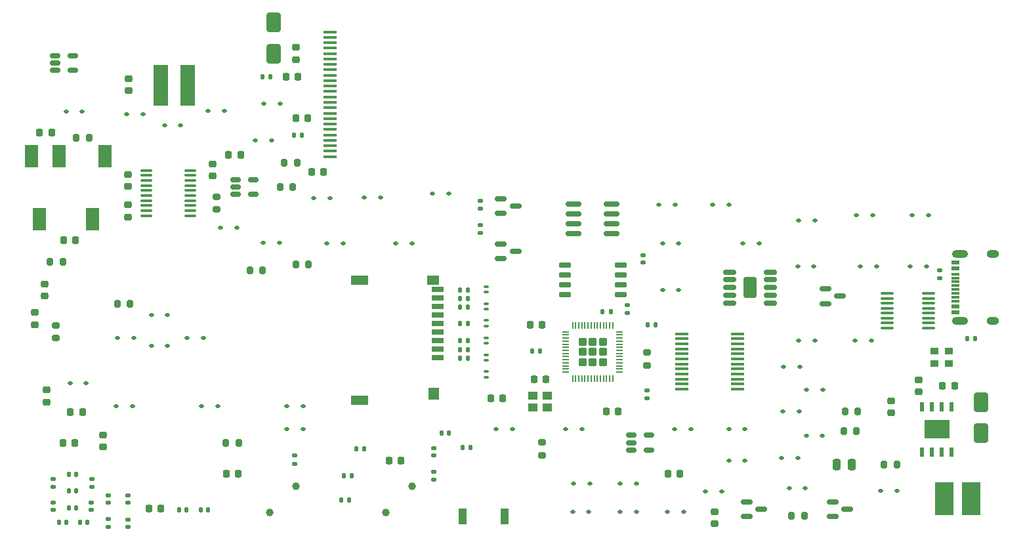
<source format=gbr>
%TF.GenerationSoftware,KiCad,Pcbnew,8.0.5-unknown-202409261835~48b9027842~ubuntu24.04.1*%
%TF.CreationDate,2024-09-28T03:00:05+08:00*%
%TF.ProjectId,EL6170_Pro_Max_Plus,454c3631-3730-45f5-9072-6f5f4d61785f,rev?*%
%TF.SameCoordinates,Original*%
%TF.FileFunction,Paste,Top*%
%TF.FilePolarity,Positive*%
%FSLAX46Y46*%
G04 Gerber Fmt 4.6, Leading zero omitted, Abs format (unit mm)*
G04 Created by KiCad (PCBNEW 8.0.5-unknown-202409261835~48b9027842~ubuntu24.04.1) date 2024-09-28 03:00:05*
%MOMM*%
%LPD*%
G01*
G04 APERTURE LIST*
G04 Aperture macros list*
%AMRoundRect*
0 Rectangle with rounded corners*
0 $1 Rounding radius*
0 $2 $3 $4 $5 $6 $7 $8 $9 X,Y pos of 4 corners*
0 Add a 4 corners polygon primitive as box body*
4,1,4,$2,$3,$4,$5,$6,$7,$8,$9,$2,$3,0*
0 Add four circle primitives for the rounded corners*
1,1,$1+$1,$2,$3*
1,1,$1+$1,$4,$5*
1,1,$1+$1,$6,$7*
1,1,$1+$1,$8,$9*
0 Add four rect primitives between the rounded corners*
20,1,$1+$1,$2,$3,$4,$5,0*
20,1,$1+$1,$4,$5,$6,$7,0*
20,1,$1+$1,$6,$7,$8,$9,0*
20,1,$1+$1,$8,$9,$2,$3,0*%
G04 Aperture macros list end*
%ADD10RoundRect,0.200000X0.200000X0.275000X-0.200000X0.275000X-0.200000X-0.275000X0.200000X-0.275000X0*%
%ADD11RoundRect,0.112500X0.187500X0.112500X-0.187500X0.112500X-0.187500X-0.112500X0.187500X-0.112500X0*%
%ADD12R,1.800000X3.000000*%
%ADD13RoundRect,0.135000X0.135000X0.185000X-0.135000X0.185000X-0.135000X-0.185000X0.135000X-0.185000X0*%
%ADD14RoundRect,0.112500X-0.187500X-0.112500X0.187500X-0.112500X0.187500X0.112500X-0.187500X0.112500X0*%
%ADD15RoundRect,0.140000X0.170000X-0.140000X0.170000X0.140000X-0.170000X0.140000X-0.170000X-0.140000X0*%
%ADD16RoundRect,0.150000X-0.587500X-0.150000X0.587500X-0.150000X0.587500X0.150000X-0.587500X0.150000X0*%
%ADD17RoundRect,0.225000X0.225000X0.250000X-0.225000X0.250000X-0.225000X-0.250000X0.225000X-0.250000X0*%
%ADD18RoundRect,0.147500X-0.147500X-0.172500X0.147500X-0.172500X0.147500X0.172500X-0.147500X0.172500X0*%
%ADD19RoundRect,0.218750X0.218750X0.256250X-0.218750X0.256250X-0.218750X-0.256250X0.218750X-0.256250X0*%
%ADD20RoundRect,0.100000X-0.637500X-0.100000X0.637500X-0.100000X0.637500X0.100000X-0.637500X0.100000X0*%
%ADD21RoundRect,0.225000X-0.250000X0.225000X-0.250000X-0.225000X0.250000X-0.225000X0.250000X0.225000X0*%
%ADD22RoundRect,0.147500X-0.172500X0.147500X-0.172500X-0.147500X0.172500X-0.147500X0.172500X0.147500X0*%
%ADD23RoundRect,0.135000X-0.185000X0.135000X-0.185000X-0.135000X0.185000X-0.135000X0.185000X0.135000X0*%
%ADD24RoundRect,0.140000X-0.140000X-0.170000X0.140000X-0.170000X0.140000X0.170000X-0.140000X0.170000X0*%
%ADD25RoundRect,0.225000X0.250000X-0.225000X0.250000X0.225000X-0.250000X0.225000X-0.250000X-0.225000X0*%
%ADD26R,1.600000X0.700000*%
%ADD27R,1.600000X1.200000*%
%ADD28R,2.200000X1.200000*%
%ADD29R,1.400000X1.600000*%
%ADD30RoundRect,0.225000X-0.225000X-0.250000X0.225000X-0.250000X0.225000X0.250000X-0.225000X0.250000X0*%
%ADD31RoundRect,0.200000X-0.200000X-0.275000X0.200000X-0.275000X0.200000X0.275000X-0.200000X0.275000X0*%
%ADD32RoundRect,0.140000X-0.170000X0.140000X-0.170000X-0.140000X0.170000X-0.140000X0.170000X0.140000X0*%
%ADD33RoundRect,0.050000X-0.250000X0.100000X-0.250000X-0.100000X0.250000X-0.100000X0.250000X0.100000X0*%
%ADD34RoundRect,0.150000X-0.512500X-0.150000X0.512500X-0.150000X0.512500X0.150000X-0.512500X0.150000X0*%
%ADD35RoundRect,0.150000X-0.825000X-0.150000X0.825000X-0.150000X0.825000X0.150000X-0.825000X0.150000X0*%
%ADD36RoundRect,0.140000X0.140000X0.170000X-0.140000X0.170000X-0.140000X-0.170000X0.140000X-0.170000X0*%
%ADD37RoundRect,0.135000X-0.135000X-0.185000X0.135000X-0.185000X0.135000X0.185000X-0.135000X0.185000X0*%
%ADD38RoundRect,0.135000X0.185000X-0.135000X0.185000X0.135000X-0.185000X0.135000X-0.185000X-0.135000X0*%
%ADD39R,2.400000X4.300000*%
%ADD40R,1.000000X0.300000*%
%ADD41R,1.000000X0.600000*%
%ADD42O,1.600000X1.000000*%
%ADD43O,2.100000X1.000000*%
%ADD44RoundRect,0.250000X0.650000X-1.000000X0.650000X1.000000X-0.650000X1.000000X-0.650000X-1.000000X0*%
%ADD45RoundRect,0.218750X-0.218750X-0.256250X0.218750X-0.256250X0.218750X0.256250X-0.218750X0.256250X0*%
%ADD46RoundRect,0.200000X0.275000X-0.200000X0.275000X0.200000X-0.275000X0.200000X-0.275000X-0.200000X0*%
%ADD47C,1.000000*%
%ADD48R,1.000000X0.900000*%
%ADD49RoundRect,0.150000X-0.687500X-0.150000X0.687500X-0.150000X0.687500X0.150000X-0.687500X0.150000X0*%
%ADD50RoundRect,0.250000X-0.595000X-1.080000X0.595000X-1.080000X0.595000X1.080000X-0.595000X1.080000X0*%
%ADD51RoundRect,0.100000X-0.712500X-0.100000X0.712500X-0.100000X0.712500X0.100000X-0.712500X0.100000X0*%
%ADD52RoundRect,0.200000X-0.275000X0.200000X-0.275000X-0.200000X0.275000X-0.200000X0.275000X0.200000X0*%
%ADD53R,1.900000X5.300000*%
%ADD54R,1.750000X0.450000*%
%ADD55RoundRect,0.150000X-0.650000X-0.150000X0.650000X-0.150000X0.650000X0.150000X-0.650000X0.150000X0*%
%ADD56R,1.200000X1.100000*%
%ADD57R,1.800000X0.400000*%
%ADD58R,0.600000X1.200000*%
%ADD59R,3.300000X2.400000*%
%ADD60RoundRect,0.250000X-0.250000X-0.475000X0.250000X-0.475000X0.250000X0.475000X-0.250000X0.475000X0*%
%ADD61R,1.000000X2.000000*%
%ADD62RoundRect,0.250000X-0.285000X-0.285000X0.285000X-0.285000X0.285000X0.285000X-0.285000X0.285000X0*%
%ADD63RoundRect,0.050000X-0.350000X-0.050000X0.350000X-0.050000X0.350000X0.050000X-0.350000X0.050000X0*%
%ADD64RoundRect,0.050000X-0.050000X-0.350000X0.050000X-0.350000X0.050000X0.350000X-0.050000X0.350000X0*%
G04 APERTURE END LIST*
D10*
%TO.C,R20*%
X123425000Y-98500000D03*
X121775000Y-98500000D03*
%TD*%
D11*
%TO.C,D41*%
X155650000Y-119000000D03*
X153550000Y-119000000D03*
%TD*%
D12*
%TO.C,CN1*%
X93570000Y-83770000D03*
X97170000Y-83770000D03*
X94570000Y-91830000D03*
X103070000Y-83770000D03*
X101470000Y-91830000D03*
%TD*%
D13*
%TO.C,R24*%
X149910000Y-101000000D03*
X148890000Y-101000000D03*
%TD*%
D14*
%TO.C,D54*%
X191350000Y-126600000D03*
X193450000Y-126600000D03*
%TD*%
D10*
%TO.C,R23*%
X205225000Y-123500000D03*
X203575000Y-123500000D03*
%TD*%
D15*
%TO.C,C25*%
X103500000Y-131560000D03*
X103500000Y-130600000D03*
%TD*%
D13*
%TO.C,R30*%
X149910000Y-109800000D03*
X148890000Y-109800000D03*
%TD*%
D16*
%TO.C,Q3*%
X196062500Y-100850000D03*
X196062500Y-102750000D03*
X197937500Y-101800000D03*
%TD*%
D17*
%TO.C,C7*%
X129275000Y-78800000D03*
X127725000Y-78800000D03*
%TD*%
D14*
%TO.C,D50*%
X126550000Y-116000000D03*
X128650000Y-116000000D03*
%TD*%
D18*
%TO.C,L2*%
X149230000Y-121300000D03*
X150200000Y-121300000D03*
%TD*%
D11*
%TO.C,D32*%
X176650000Y-90000000D03*
X174550000Y-90000000D03*
%TD*%
%TO.C,D31*%
X183600000Y-90000000D03*
X181500000Y-90000000D03*
%TD*%
D15*
%TO.C,C44*%
X106000000Y-131580000D03*
X106000000Y-130620000D03*
%TD*%
D19*
%TO.C,D4*%
X120587500Y-83600000D03*
X119012500Y-83600000D03*
%TD*%
D14*
%TO.C,D14*%
X130000000Y-89200000D03*
X132100000Y-89200000D03*
%TD*%
D10*
%TO.C,R18*%
X106325000Y-102800000D03*
X104675000Y-102800000D03*
%TD*%
D20*
%TO.C,U9*%
X108375000Y-85575000D03*
X108375000Y-86225000D03*
X108375000Y-86875000D03*
X108375000Y-87525000D03*
X108375000Y-88175000D03*
X108375000Y-88825000D03*
X108375000Y-89475000D03*
X108375000Y-90125000D03*
X108375000Y-90775000D03*
X108375000Y-91425000D03*
X114100000Y-91425000D03*
X114100000Y-90775000D03*
X114100000Y-90125000D03*
X114100000Y-89475000D03*
X114100000Y-88825000D03*
X114100000Y-88175000D03*
X114100000Y-87525000D03*
X114100000Y-86875000D03*
X114100000Y-86225000D03*
X114100000Y-85575000D03*
%TD*%
D21*
%TO.C,C4*%
X127700000Y-69725000D03*
X127700000Y-71275000D03*
%TD*%
D22*
%TO.C,L1*%
X145500000Y-121415000D03*
X145500000Y-122385000D03*
%TD*%
D14*
%TO.C,D20*%
X185400000Y-95000000D03*
X187500000Y-95000000D03*
%TD*%
D23*
%TO.C,R25*%
X170500000Y-102990000D03*
X170500000Y-104010000D03*
%TD*%
D17*
%TO.C,C22*%
X154375000Y-115000000D03*
X152825000Y-115000000D03*
%TD*%
%TO.C,C3*%
X127975000Y-73500000D03*
X126425000Y-73500000D03*
%TD*%
D11*
%TO.C,D33*%
X194650000Y-92000000D03*
X192550000Y-92000000D03*
%TD*%
D21*
%TO.C,C34*%
X95300000Y-100225000D03*
X95300000Y-101775000D03*
%TD*%
D24*
%TO.C,C20*%
X133920000Y-125000000D03*
X134880000Y-125000000D03*
%TD*%
D25*
%TO.C,C40*%
X204500000Y-116875000D03*
X204500000Y-115325000D03*
%TD*%
D26*
%TO.C,J2*%
X146000000Y-109750000D03*
X146000000Y-108650000D03*
X146000000Y-107550000D03*
X146000000Y-106450000D03*
X146000000Y-105350000D03*
X146000000Y-104250000D03*
X146000000Y-103150000D03*
X146000000Y-102050000D03*
X146000000Y-100950000D03*
D27*
X145400000Y-99750000D03*
D28*
X135900000Y-99750000D03*
X135900000Y-115250000D03*
D29*
X145500000Y-114350000D03*
%TD*%
D14*
%TO.C,D42*%
X162550000Y-119000000D03*
X164650000Y-119000000D03*
%TD*%
%TO.C,D39*%
X163400000Y-129600000D03*
X165500000Y-129600000D03*
%TD*%
D30*
%TO.C,C46*%
X167725000Y-116700000D03*
X169275000Y-116700000D03*
%TD*%
D31*
%TO.C,R17*%
X118675000Y-120700000D03*
X120325000Y-120700000D03*
%TD*%
D23*
%TO.C,R9*%
X151500000Y-89480000D03*
X151500000Y-90500000D03*
%TD*%
D14*
%TO.C,D63*%
X193550000Y-119800000D03*
X195650000Y-119800000D03*
%TD*%
D32*
%TO.C,C9*%
X96400000Y-125420000D03*
X96400000Y-126380000D03*
%TD*%
D24*
%TO.C,C16*%
X115440000Y-129400000D03*
X116400000Y-129400000D03*
%TD*%
D31*
%TO.C,R12*%
X126225000Y-84550000D03*
X127875000Y-84550000D03*
%TD*%
D25*
%TO.C,C35*%
X117000000Y-86275000D03*
X117000000Y-84725000D03*
%TD*%
D30*
%TO.C,C41*%
X211125000Y-113400000D03*
X212675000Y-113400000D03*
%TD*%
D11*
%TO.C,D15*%
X124600000Y-81700000D03*
X122500000Y-81700000D03*
%TD*%
D33*
%TO.C,D8*%
X152300000Y-102750000D03*
X152300000Y-103450000D03*
%TD*%
D15*
%TO.C,C10*%
X96400000Y-129380000D03*
X96400000Y-128420000D03*
%TD*%
D34*
%TO.C,U5*%
X170962500Y-119750000D03*
X170962500Y-120700000D03*
X170962500Y-121650000D03*
X173237500Y-121650000D03*
X173237500Y-119750000D03*
%TD*%
D23*
%TO.C,R6*%
X145500000Y-124490000D03*
X145500000Y-125510000D03*
%TD*%
D21*
%TO.C,C29*%
X106000000Y-86125000D03*
X106000000Y-87675000D03*
%TD*%
D11*
%TO.C,D26*%
X125600000Y-94900000D03*
X123500000Y-94900000D03*
%TD*%
D13*
%TO.C,R7*%
X174110000Y-105500000D03*
X173090000Y-105500000D03*
%TD*%
D14*
%TO.C,D44*%
X109050000Y-104200000D03*
X111150000Y-104200000D03*
%TD*%
D35*
%TO.C,U3*%
X163525000Y-89895000D03*
X163525000Y-91165000D03*
X163525000Y-92435000D03*
X163525000Y-93705000D03*
X168475000Y-93705000D03*
X168475000Y-92435000D03*
X168475000Y-91165000D03*
X168475000Y-89895000D03*
%TD*%
D14*
%TO.C,D61*%
X193600000Y-113900000D03*
X195700000Y-113900000D03*
%TD*%
D36*
%TO.C,C14*%
X99360000Y-129100000D03*
X98400000Y-129100000D03*
%TD*%
D14*
%TO.C,D38*%
X199850000Y-107500000D03*
X201950000Y-107500000D03*
%TD*%
D37*
%TO.C,R32*%
X167290000Y-103800000D03*
X168310000Y-103800000D03*
%TD*%
D11*
%TO.C,D24*%
X142700000Y-95000000D03*
X140600000Y-95000000D03*
%TD*%
D34*
%TO.C,U10*%
X96662500Y-70750000D03*
X96662500Y-71700000D03*
X96662500Y-72650000D03*
X98937500Y-72650000D03*
X98937500Y-70750000D03*
%TD*%
D38*
%TO.C,R8*%
X151500000Y-93610000D03*
X151500000Y-92590000D03*
%TD*%
D21*
%TO.C,C42*%
X208100000Y-112625000D03*
X208100000Y-114175000D03*
%TD*%
D39*
%TO.C,L6*%
X211400000Y-127900000D03*
X214800000Y-127900000D03*
%TD*%
D11*
%TO.C,D35*%
X107950000Y-78300000D03*
X105850000Y-78300000D03*
%TD*%
D33*
%TO.C,D10*%
X152300000Y-111550000D03*
X152300000Y-112250000D03*
%TD*%
D11*
%TO.C,D21*%
X177100000Y-95000000D03*
X175000000Y-95000000D03*
%TD*%
D33*
%TO.C,D7*%
X152300000Y-104950000D03*
X152300000Y-105650000D03*
%TD*%
D23*
%TO.C,R5*%
X127500000Y-122390000D03*
X127500000Y-123410000D03*
%TD*%
D40*
%TO.C,J1*%
X212833750Y-101950000D03*
X212833750Y-100950000D03*
X212833750Y-100450000D03*
X212833750Y-99450000D03*
X212833750Y-98950000D03*
X212833750Y-99950000D03*
X212833750Y-101450000D03*
X212833750Y-102450000D03*
D41*
X212833750Y-103925000D03*
X212833750Y-97475000D03*
D42*
X217588750Y-105018000D03*
D43*
X213408750Y-105018000D03*
X213408750Y-96382000D03*
D42*
X217588750Y-96382000D03*
D41*
X212833750Y-103150000D03*
X212833750Y-98250000D03*
%TD*%
D44*
%TO.C,D3*%
X124800000Y-70500000D03*
X124800000Y-66500000D03*
%TD*%
D37*
%TO.C,R2*%
X214290000Y-107300000D03*
X215310000Y-107300000D03*
%TD*%
D11*
%TO.C,D22*%
X177100000Y-101000000D03*
X175000000Y-101000000D03*
%TD*%
D31*
%TO.C,R13*%
X95975000Y-97400000D03*
X97625000Y-97400000D03*
%TD*%
D14*
%TO.C,D57*%
X175650000Y-129600000D03*
X177750000Y-129600000D03*
%TD*%
%TO.C,D43*%
X113650000Y-107200000D03*
X115750000Y-107200000D03*
%TD*%
D36*
%TO.C,C24*%
X99380000Y-124800000D03*
X98420000Y-124800000D03*
%TD*%
D14*
%TO.C,D56*%
X183550000Y-123000000D03*
X185650000Y-123000000D03*
%TD*%
D16*
%TO.C,Q4*%
X185862500Y-128350000D03*
X185862500Y-130250000D03*
X187737500Y-129300000D03*
%TD*%
D11*
%TO.C,D16*%
X112850000Y-79800000D03*
X110750000Y-79800000D03*
%TD*%
D14*
%TO.C,D47*%
X104550000Y-116000000D03*
X106650000Y-116000000D03*
%TD*%
D10*
%TO.C,R34*%
X200025000Y-119200000D03*
X198375000Y-119200000D03*
%TD*%
D13*
%TO.C,R26*%
X149910000Y-107500000D03*
X148890000Y-107500000D03*
%TD*%
D30*
%TO.C,C23*%
X158425000Y-112500000D03*
X159975000Y-112500000D03*
%TD*%
D45*
%TO.C,D1*%
X118725000Y-124700000D03*
X120300000Y-124700000D03*
%TD*%
D37*
%TO.C,R1*%
X127490000Y-81000000D03*
X128510000Y-81000000D03*
%TD*%
D11*
%TO.C,D29*%
X202650000Y-98000000D03*
X200550000Y-98000000D03*
%TD*%
D16*
%TO.C,Q5*%
X196962500Y-128350000D03*
X196962500Y-130250000D03*
X198837500Y-129300000D03*
%TD*%
D15*
%TO.C,C18*%
X106000000Y-128480000D03*
X106000000Y-127520000D03*
%TD*%
D17*
%TO.C,C28*%
X96175000Y-80700000D03*
X94625000Y-80700000D03*
%TD*%
D46*
%TO.C,R21*%
X159500000Y-122325000D03*
X159500000Y-120675000D03*
%TD*%
D24*
%TO.C,C13*%
X97120000Y-131000000D03*
X98080000Y-131000000D03*
%TD*%
D15*
%TO.C,C45*%
X103500000Y-128460000D03*
X103500000Y-127500000D03*
%TD*%
D21*
%TO.C,C1*%
X102800000Y-119725000D03*
X102800000Y-121275000D03*
%TD*%
D14*
%TO.C,D48*%
X183550000Y-119000000D03*
X185650000Y-119000000D03*
%TD*%
D47*
%TO.C,SWRST1*%
X124300000Y-129700000D03*
X127700000Y-126300000D03*
%TD*%
D15*
%TO.C,C12*%
X101300000Y-129380000D03*
X101300000Y-128420000D03*
%TD*%
D17*
%TO.C,C27*%
X99275000Y-94600000D03*
X97725000Y-94600000D03*
%TD*%
D14*
%TO.C,D36*%
X109050000Y-108200000D03*
X111150000Y-108200000D03*
%TD*%
%TO.C,D40*%
X192550000Y-107500000D03*
X194650000Y-107500000D03*
%TD*%
%TO.C,D64*%
X190350000Y-122700000D03*
X192450000Y-122700000D03*
%TD*%
%TO.C,D46*%
X98550000Y-113000000D03*
X100650000Y-113000000D03*
%TD*%
D13*
%TO.C,R28*%
X149910000Y-103200000D03*
X148890000Y-103200000D03*
%TD*%
D14*
%TO.C,D51*%
X126550000Y-119000000D03*
X128650000Y-119000000D03*
%TD*%
D25*
%TO.C,C31*%
X94000000Y-105475000D03*
X94000000Y-103925000D03*
%TD*%
D37*
%TO.C,R4*%
X133580000Y-128100000D03*
X134600000Y-128100000D03*
%TD*%
D48*
%TO.C,X2*%
X210080000Y-108920000D03*
X211920000Y-108920000D03*
X211920000Y-110480000D03*
X210080000Y-110480000D03*
%TD*%
D31*
%TO.C,R16*%
X125675000Y-87700000D03*
X127325000Y-87700000D03*
%TD*%
D17*
%TO.C,C6*%
X100175000Y-116800000D03*
X98625000Y-116800000D03*
%TD*%
D49*
%TO.C,U6*%
X183662500Y-98700000D03*
X183662500Y-99700000D03*
X183662500Y-100700000D03*
X183662500Y-101700000D03*
X183662500Y-102700000D03*
X188937500Y-102700000D03*
X188937500Y-101700000D03*
X188937500Y-100700000D03*
X188937500Y-99700000D03*
X188937500Y-98700000D03*
D50*
X186300000Y-100700000D03*
%TD*%
D11*
%TO.C,D49*%
X178650000Y-119000000D03*
X176550000Y-119000000D03*
%TD*%
D51*
%TO.C,U8*%
X204025000Y-101455000D03*
X204025000Y-102090000D03*
X204025000Y-102725000D03*
X204025000Y-103360000D03*
X204025000Y-103995000D03*
X204025000Y-104630000D03*
X204025000Y-105265000D03*
X204025000Y-105900000D03*
X209300000Y-105900000D03*
X209300000Y-105265000D03*
X209300000Y-104630000D03*
X209300000Y-103995000D03*
X209300000Y-103360000D03*
X209300000Y-102725000D03*
X209300000Y-102090000D03*
X209300000Y-101455000D03*
%TD*%
D46*
%TO.C,R19*%
X96700000Y-107225000D03*
X96700000Y-105575000D03*
%TD*%
D24*
%TO.C,C17*%
X112620000Y-129400000D03*
X113580000Y-129400000D03*
%TD*%
D52*
%TO.C,R10*%
X173000000Y-109075000D03*
X173000000Y-110725000D03*
%TD*%
D44*
%TO.C,D5*%
X216100000Y-119500000D03*
X216100000Y-115500000D03*
%TD*%
D30*
%TO.C,C2*%
X108725000Y-129200000D03*
X110275000Y-129200000D03*
%TD*%
D11*
%TO.C,D27*%
X120050000Y-93000000D03*
X117950000Y-93000000D03*
%TD*%
D14*
%TO.C,D59*%
X163550000Y-126000000D03*
X165650000Y-126000000D03*
%TD*%
D38*
%TO.C,R33*%
X173000000Y-115010000D03*
X173000000Y-113990000D03*
%TD*%
D53*
%TO.C,L5*%
X110300000Y-74600000D03*
X113700000Y-74600000D03*
%TD*%
D11*
%TO.C,D13*%
X138650000Y-89100000D03*
X136550000Y-89100000D03*
%TD*%
D31*
%TO.C,R15*%
X127675000Y-97700000D03*
X129325000Y-97700000D03*
%TD*%
D11*
%TO.C,D17*%
X100150000Y-78000000D03*
X98050000Y-78000000D03*
%TD*%
D14*
%TO.C,D23*%
X145350000Y-88600000D03*
X147450000Y-88600000D03*
%TD*%
D54*
%TO.C,U12*%
X177500000Y-106650000D03*
X177500000Y-107300000D03*
X177500000Y-107950000D03*
X177500000Y-108600000D03*
X177500000Y-109250000D03*
X177500000Y-109900000D03*
X177500000Y-110550000D03*
X177500000Y-111200000D03*
X177500000Y-111850000D03*
X177500000Y-112500000D03*
X177500000Y-113150000D03*
X177500000Y-113800000D03*
X184700000Y-113800000D03*
X184700000Y-113150000D03*
X184700000Y-112500000D03*
X184700000Y-111850000D03*
X184700000Y-111200000D03*
X184700000Y-110550000D03*
X184700000Y-109900000D03*
X184700000Y-109250000D03*
X184700000Y-108600000D03*
X184700000Y-107950000D03*
X184700000Y-107300000D03*
X184700000Y-106650000D03*
%TD*%
D55*
%TO.C,U4*%
X162400000Y-97795000D03*
X162400000Y-99065000D03*
X162400000Y-100335000D03*
X162400000Y-101605000D03*
X169600000Y-101605000D03*
X169600000Y-100335000D03*
X169600000Y-99065000D03*
X169600000Y-97795000D03*
%TD*%
D31*
%TO.C,R22*%
X191675000Y-130100000D03*
X193325000Y-130100000D03*
%TD*%
D21*
%TO.C,C32*%
X95500000Y-113925000D03*
X95500000Y-115475000D03*
%TD*%
D11*
%TO.C,D19*%
X202100000Y-91400000D03*
X200000000Y-91400000D03*
%TD*%
D17*
%TO.C,C33*%
X99175000Y-120700000D03*
X97625000Y-120700000D03*
%TD*%
D14*
%TO.C,D62*%
X190550000Y-116700000D03*
X192650000Y-116700000D03*
%TD*%
D56*
%TO.C,X1*%
X158250000Y-116150000D03*
X160150000Y-116150000D03*
X160150000Y-114650000D03*
X158250000Y-114650000D03*
%TD*%
D11*
%TO.C,D25*%
X133800000Y-95000000D03*
X131700000Y-95000000D03*
%TD*%
D33*
%TO.C,D11*%
X152300000Y-109400000D03*
X152300000Y-110100000D03*
%TD*%
D45*
%TO.C,D2*%
X157912500Y-105500000D03*
X159487500Y-105500000D03*
%TD*%
D15*
%TO.C,C11*%
X101400000Y-126380000D03*
X101400000Y-125420000D03*
%TD*%
D24*
%TO.C,C19*%
X99820000Y-131000000D03*
X100780000Y-131000000D03*
%TD*%
D14*
%TO.C,D53*%
X180550000Y-127000000D03*
X182650000Y-127000000D03*
%TD*%
D57*
%TO.C,SH1*%
X132150000Y-83800000D03*
X132150000Y-83100000D03*
X132150000Y-82400000D03*
X132150000Y-81700000D03*
X132150000Y-81000000D03*
X132150000Y-80300000D03*
X132150000Y-79600000D03*
X132150000Y-78900000D03*
X132150000Y-78200000D03*
X132150000Y-77500000D03*
X132150000Y-76800000D03*
X132150000Y-76100000D03*
X132150000Y-75400000D03*
X132150000Y-74700000D03*
X132150000Y-74000000D03*
X132150000Y-73300000D03*
X132150000Y-72600000D03*
X132150000Y-71900000D03*
X132150000Y-71200000D03*
X132150000Y-70500000D03*
X132150000Y-69800000D03*
X132150000Y-69100000D03*
X132150000Y-68400000D03*
X132150000Y-67700000D03*
%TD*%
D17*
%TO.C,C43*%
X177250000Y-124700000D03*
X175700000Y-124700000D03*
%TD*%
D14*
%TO.C,D58*%
X169550000Y-126000000D03*
X171650000Y-126000000D03*
%TD*%
D24*
%TO.C,C8*%
X146520000Y-119500000D03*
X147480000Y-119500000D03*
%TD*%
D58*
%TO.C,U11*%
X208515000Y-121910000D03*
X209785000Y-121910000D03*
X211065000Y-121910000D03*
X212335000Y-121910000D03*
X212335000Y-116090000D03*
X211065000Y-116090000D03*
X209785000Y-116090000D03*
X208515000Y-116090000D03*
D59*
X210425000Y-119000000D03*
%TD*%
D16*
%TO.C,Q1*%
X154162500Y-89250000D03*
X154162500Y-91150000D03*
X156037500Y-90200000D03*
%TD*%
D31*
%TO.C,R14*%
X99350000Y-81400000D03*
X101000000Y-81400000D03*
%TD*%
D14*
%TO.C,D12*%
X123550000Y-77000000D03*
X125650000Y-77000000D03*
%TD*%
D10*
%TO.C,R35*%
X200225000Y-116700000D03*
X198575000Y-116700000D03*
%TD*%
D14*
%TO.C,D45*%
X115550000Y-116000000D03*
X117650000Y-116000000D03*
%TD*%
D17*
%TO.C,C5*%
X131275000Y-85800000D03*
X129725000Y-85800000D03*
%TD*%
D11*
%TO.C,D37*%
X106800000Y-107200000D03*
X104700000Y-107200000D03*
%TD*%
D38*
%TO.C,R3*%
X210800000Y-99520000D03*
X210800000Y-98500000D03*
%TD*%
D34*
%TO.C,U2*%
X119900000Y-86750000D03*
X119900000Y-87700000D03*
X119900000Y-88650000D03*
X122175000Y-88650000D03*
X122175000Y-86750000D03*
%TD*%
D11*
%TO.C,D34*%
X118450000Y-77900000D03*
X116350000Y-77900000D03*
%TD*%
D47*
%TO.C,SWBOOT1*%
X139300000Y-129700000D03*
X142700000Y-126300000D03*
%TD*%
D24*
%TO.C,C26*%
X123420000Y-73500000D03*
X124380000Y-73500000D03*
%TD*%
D18*
%TO.C,L4*%
X158215000Y-108900000D03*
X159185000Y-108900000D03*
%TD*%
D13*
%TO.C,R31*%
X149910000Y-108700000D03*
X148890000Y-108700000D03*
%TD*%
D16*
%TO.C,Q2*%
X154162500Y-95050000D03*
X154162500Y-96950000D03*
X156037500Y-96000000D03*
%TD*%
D60*
%TO.C,C39*%
X197500000Y-123500000D03*
X199400000Y-123500000D03*
%TD*%
D33*
%TO.C,D6*%
X152300000Y-107200000D03*
X152300000Y-107900000D03*
%TD*%
D30*
%TO.C,C36*%
X139725000Y-123000000D03*
X141275000Y-123000000D03*
%TD*%
D14*
%TO.C,D52*%
X169550000Y-129600000D03*
X171650000Y-129600000D03*
%TD*%
%TO.C,D60*%
X190600000Y-110900000D03*
X192700000Y-110900000D03*
%TD*%
D61*
%TO.C,U7*%
X154600000Y-130200000D03*
X149200000Y-130200000D03*
%TD*%
D21*
%TO.C,C38*%
X181700000Y-129625000D03*
X181700000Y-131175000D03*
%TD*%
D62*
%TO.C,U1*%
X164670000Y-107670000D03*
X164670000Y-109000000D03*
X164670000Y-110330000D03*
X166000000Y-107670000D03*
X166000000Y-109000000D03*
X166000000Y-110330000D03*
X167330000Y-107670000D03*
X167330000Y-109000000D03*
X167330000Y-110330000D03*
D63*
X162550000Y-106400000D03*
X162550000Y-106800000D03*
X162550000Y-107200000D03*
X162550000Y-107600000D03*
X162550000Y-108000000D03*
X162550000Y-108400000D03*
X162550000Y-108800000D03*
X162550000Y-109200000D03*
X162550000Y-109600000D03*
X162550000Y-110000000D03*
X162550000Y-110400000D03*
X162550000Y-110800000D03*
X162550000Y-111200000D03*
X162550000Y-111600000D03*
D64*
X163400000Y-112450000D03*
X163800000Y-112450000D03*
X164200000Y-112450000D03*
X164600000Y-112450000D03*
X165000000Y-112450000D03*
X165400000Y-112450000D03*
X165800000Y-112450000D03*
X166200000Y-112450000D03*
X166600000Y-112450000D03*
X167000000Y-112450000D03*
X167400000Y-112450000D03*
X167800000Y-112450000D03*
X168200000Y-112450000D03*
X168600000Y-112450000D03*
D63*
X169450000Y-111600000D03*
X169450000Y-111200000D03*
X169450000Y-110800000D03*
X169450000Y-110400000D03*
X169450000Y-110000000D03*
X169450000Y-109600000D03*
X169450000Y-109200000D03*
X169450000Y-108800000D03*
X169450000Y-108400000D03*
X169450000Y-108000000D03*
X169450000Y-107600000D03*
X169450000Y-107200000D03*
X169450000Y-106800000D03*
X169450000Y-106400000D03*
D64*
X168600000Y-105550000D03*
X168200000Y-105550000D03*
X167800000Y-105550000D03*
X167400000Y-105550000D03*
X167000000Y-105550000D03*
X166600000Y-105550000D03*
X166200000Y-105550000D03*
X165800000Y-105550000D03*
X165400000Y-105550000D03*
X165000000Y-105550000D03*
X164600000Y-105550000D03*
X164200000Y-105550000D03*
X163800000Y-105550000D03*
X163400000Y-105550000D03*
%TD*%
D52*
%TO.C,R11*%
X117500000Y-88975000D03*
X117500000Y-90625000D03*
%TD*%
D14*
%TO.C,D18*%
X207250000Y-91400000D03*
X209350000Y-91400000D03*
%TD*%
D24*
%TO.C,C21*%
X98400000Y-126900000D03*
X99360000Y-126900000D03*
%TD*%
D21*
%TO.C,C30*%
X106000000Y-90025000D03*
X106000000Y-91575000D03*
%TD*%
D14*
%TO.C,D28*%
X206950000Y-98000000D03*
X209050000Y-98000000D03*
%TD*%
D25*
%TO.C,C37*%
X106100000Y-75275000D03*
X106100000Y-73725000D03*
%TD*%
D18*
%TO.C,L3*%
X135515000Y-121500000D03*
X136485000Y-121500000D03*
%TD*%
D15*
%TO.C,C15*%
X172500000Y-97480000D03*
X172500000Y-96520000D03*
%TD*%
D13*
%TO.C,R27*%
X149910000Y-105300000D03*
X148890000Y-105300000D03*
%TD*%
D11*
%TO.C,D30*%
X194550000Y-98000000D03*
X192450000Y-98000000D03*
%TD*%
D14*
%TO.C,D55*%
X203150000Y-126900000D03*
X205250000Y-126900000D03*
%TD*%
D33*
%TO.C,D9*%
X152300000Y-100550000D03*
X152300000Y-101250000D03*
%TD*%
D13*
%TO.C,R29*%
X149910000Y-102100000D03*
X148890000Y-102100000D03*
%TD*%
M02*

</source>
